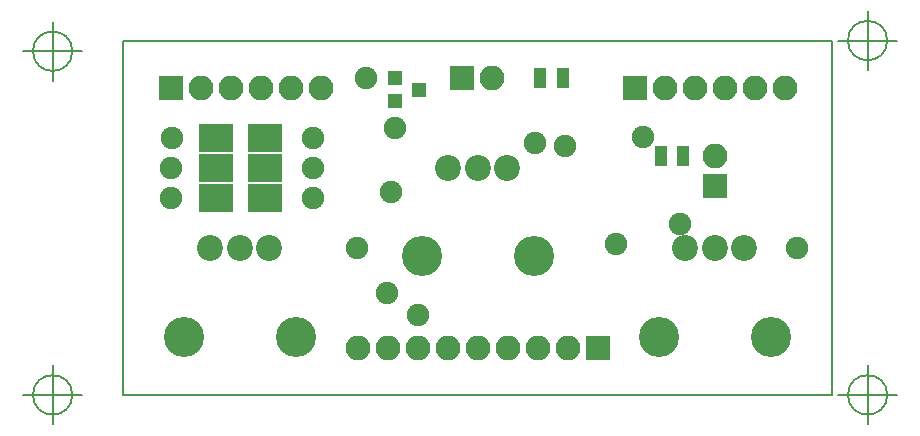
<source format=gbr>
G04 #@! TF.GenerationSoftware,KiCad,Pcbnew,(5.1.4)-1*
G04 #@! TF.CreationDate,2019-12-04T23:16:08+01:00*
G04 #@! TF.ProjectId,instru_bab_v2,696e7374-7275-45f6-9261-625f76322e6b,rev?*
G04 #@! TF.SameCoordinates,Original*
G04 #@! TF.FileFunction,Soldermask,Bot*
G04 #@! TF.FilePolarity,Negative*
%FSLAX46Y46*%
G04 Gerber Fmt 4.6, Leading zero omitted, Abs format (unit mm)*
G04 Created by KiCad (PCBNEW (5.1.4)-1) date 2019-12-04 23:16:08*
%MOMM*%
%LPD*%
G04 APERTURE LIST*
%ADD10C,0.200000*%
%ADD11R,2.100000X2.100000*%
%ADD12O,2.100000X2.100000*%
%ADD13C,2.200000*%
%ADD14C,3.400000*%
%ADD15R,2.900000X2.400000*%
%ADD16R,1.100000X1.700000*%
%ADD17R,1.300000X1.200000*%
%ADD18C,1.900000*%
G04 APERTURE END LIST*
D10*
X239666666Y-50000000D02*
G75*
G03X239666666Y-50000000I-1666666J0D01*
G01*
X235500000Y-50000000D02*
X240500000Y-50000000D01*
X238000000Y-47500000D02*
X238000000Y-52500000D01*
X170666666Y-50900000D02*
G75*
G03X170666666Y-50900000I-1666666J0D01*
G01*
X166500000Y-50900000D02*
X171500000Y-50900000D01*
X169000000Y-48400000D02*
X169000000Y-53400000D01*
X170666666Y-80000000D02*
G75*
G03X170666666Y-80000000I-1666666J0D01*
G01*
X166500000Y-80000000D02*
X171500000Y-80000000D01*
X169000000Y-77500000D02*
X169000000Y-82500000D01*
X239666666Y-80000000D02*
G75*
G03X239666666Y-80000000I-1666666J0D01*
G01*
X235500000Y-80000000D02*
X240500000Y-80000000D01*
X238000000Y-77500000D02*
X238000000Y-82500000D01*
X235000000Y-50000000D02*
X175000000Y-50000000D01*
X235000000Y-80000000D02*
X235000000Y-50000000D01*
X175000000Y-80000000D02*
X235000000Y-80000000D01*
X175000000Y-50000000D02*
X175000000Y-80000000D01*
D11*
X215160000Y-76000000D03*
D12*
X212620000Y-76000000D03*
X210080000Y-76000000D03*
X207540000Y-76000000D03*
X205000000Y-76000000D03*
X202460000Y-76000000D03*
X199920000Y-76000000D03*
X197380000Y-76000000D03*
X194840000Y-76000000D03*
D13*
X187350000Y-67600000D03*
X184850000Y-67600000D03*
X182350000Y-67600000D03*
D14*
X189600000Y-75100000D03*
X180100000Y-75100000D03*
D15*
X187000000Y-63340000D03*
X182840000Y-63340000D03*
X187000000Y-60800000D03*
X182840000Y-60800000D03*
X187000000Y-58260000D03*
X182840000Y-58260000D03*
D16*
X222400000Y-59800000D03*
X220500000Y-59800000D03*
D17*
X198000000Y-55100000D03*
X198000000Y-53200000D03*
X200000000Y-54150000D03*
D13*
X227550000Y-67600000D03*
X225050000Y-67600000D03*
X222550000Y-67600000D03*
D14*
X229800000Y-75100000D03*
X220300000Y-75100000D03*
D13*
X207500000Y-60750000D03*
X205000000Y-60750000D03*
X202500000Y-60750000D03*
D14*
X209750000Y-68250000D03*
X200250000Y-68250000D03*
D11*
X179000000Y-54000000D03*
D12*
X181540000Y-54000000D03*
X184080000Y-54000000D03*
X186620000Y-54000000D03*
X189160000Y-54000000D03*
X191700000Y-54000000D03*
D11*
X218300000Y-54000000D03*
D12*
X220840000Y-54000000D03*
X223380000Y-54000000D03*
X225920000Y-54000000D03*
X228460000Y-54000000D03*
X231000000Y-54000000D03*
D11*
X225050000Y-62340000D03*
D12*
X225050000Y-59800000D03*
D16*
X210300000Y-53200000D03*
X212200000Y-53200000D03*
D11*
X203660000Y-53200000D03*
D12*
X206200000Y-53200000D03*
D18*
X198000000Y-57400000D03*
X219000000Y-58200000D03*
X179050000Y-63350000D03*
X179049994Y-60800000D03*
X179100000Y-58250000D03*
X195550000Y-53150000D03*
X191050000Y-58250000D03*
X191050008Y-60800000D03*
X191050000Y-63349996D03*
X232050000Y-67600000D03*
X222150000Y-65500002D03*
X216741108Y-67191110D03*
X212400000Y-58950000D03*
X209800000Y-58700000D03*
X197650000Y-62800000D03*
X194800000Y-67600000D03*
X197350000Y-71400000D03*
X199900000Y-73200000D03*
M02*

</source>
